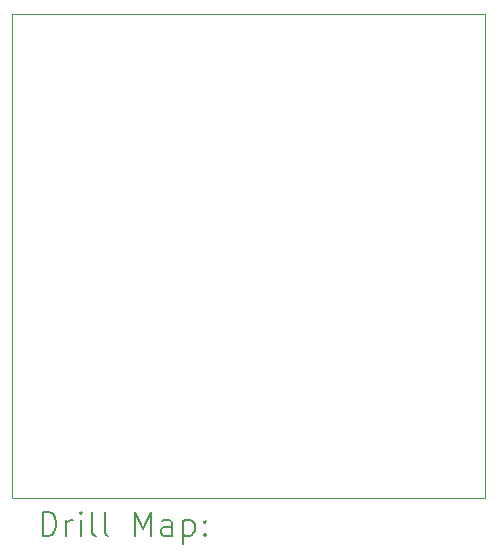
<source format=gbr>
%TF.GenerationSoftware,KiCad,Pcbnew,7.0.8*%
%TF.CreationDate,2023-12-20T18:09:56+01:00*%
%TF.ProjectId,sx1255_eval,73783132-3535-45f6-9576-616c2e6b6963,rev?*%
%TF.SameCoordinates,Original*%
%TF.FileFunction,Drillmap*%
%TF.FilePolarity,Positive*%
%FSLAX45Y45*%
G04 Gerber Fmt 4.5, Leading zero omitted, Abs format (unit mm)*
G04 Created by KiCad (PCBNEW 7.0.8) date 2023-12-20 18:09:56*
%MOMM*%
%LPD*%
G01*
G04 APERTURE LIST*
%ADD10C,0.100000*%
%ADD11C,0.200000*%
G04 APERTURE END LIST*
D10*
X16475200Y-7350000D02*
X12475200Y-7350000D01*
X12475200Y-7350000D02*
X12475200Y-11450000D01*
X12475200Y-11450000D02*
X16475200Y-11450000D01*
X16475200Y-11450000D02*
X16475200Y-7350000D01*
D11*
X12730977Y-11766484D02*
X12730977Y-11566484D01*
X12730977Y-11566484D02*
X12778596Y-11566484D01*
X12778596Y-11566484D02*
X12807167Y-11576008D01*
X12807167Y-11576008D02*
X12826215Y-11595055D01*
X12826215Y-11595055D02*
X12835739Y-11614103D01*
X12835739Y-11614103D02*
X12845262Y-11652198D01*
X12845262Y-11652198D02*
X12845262Y-11680769D01*
X12845262Y-11680769D02*
X12835739Y-11718865D01*
X12835739Y-11718865D02*
X12826215Y-11737912D01*
X12826215Y-11737912D02*
X12807167Y-11756960D01*
X12807167Y-11756960D02*
X12778596Y-11766484D01*
X12778596Y-11766484D02*
X12730977Y-11766484D01*
X12930977Y-11766484D02*
X12930977Y-11633150D01*
X12930977Y-11671246D02*
X12940501Y-11652198D01*
X12940501Y-11652198D02*
X12950024Y-11642674D01*
X12950024Y-11642674D02*
X12969072Y-11633150D01*
X12969072Y-11633150D02*
X12988120Y-11633150D01*
X13054786Y-11766484D02*
X13054786Y-11633150D01*
X13054786Y-11566484D02*
X13045262Y-11576008D01*
X13045262Y-11576008D02*
X13054786Y-11585531D01*
X13054786Y-11585531D02*
X13064310Y-11576008D01*
X13064310Y-11576008D02*
X13054786Y-11566484D01*
X13054786Y-11566484D02*
X13054786Y-11585531D01*
X13178596Y-11766484D02*
X13159548Y-11756960D01*
X13159548Y-11756960D02*
X13150024Y-11737912D01*
X13150024Y-11737912D02*
X13150024Y-11566484D01*
X13283358Y-11766484D02*
X13264310Y-11756960D01*
X13264310Y-11756960D02*
X13254786Y-11737912D01*
X13254786Y-11737912D02*
X13254786Y-11566484D01*
X13511929Y-11766484D02*
X13511929Y-11566484D01*
X13511929Y-11566484D02*
X13578596Y-11709341D01*
X13578596Y-11709341D02*
X13645262Y-11566484D01*
X13645262Y-11566484D02*
X13645262Y-11766484D01*
X13826215Y-11766484D02*
X13826215Y-11661722D01*
X13826215Y-11661722D02*
X13816691Y-11642674D01*
X13816691Y-11642674D02*
X13797643Y-11633150D01*
X13797643Y-11633150D02*
X13759548Y-11633150D01*
X13759548Y-11633150D02*
X13740501Y-11642674D01*
X13826215Y-11756960D02*
X13807167Y-11766484D01*
X13807167Y-11766484D02*
X13759548Y-11766484D01*
X13759548Y-11766484D02*
X13740501Y-11756960D01*
X13740501Y-11756960D02*
X13730977Y-11737912D01*
X13730977Y-11737912D02*
X13730977Y-11718865D01*
X13730977Y-11718865D02*
X13740501Y-11699817D01*
X13740501Y-11699817D02*
X13759548Y-11690293D01*
X13759548Y-11690293D02*
X13807167Y-11690293D01*
X13807167Y-11690293D02*
X13826215Y-11680769D01*
X13921453Y-11633150D02*
X13921453Y-11833150D01*
X13921453Y-11642674D02*
X13940501Y-11633150D01*
X13940501Y-11633150D02*
X13978596Y-11633150D01*
X13978596Y-11633150D02*
X13997643Y-11642674D01*
X13997643Y-11642674D02*
X14007167Y-11652198D01*
X14007167Y-11652198D02*
X14016691Y-11671246D01*
X14016691Y-11671246D02*
X14016691Y-11728388D01*
X14016691Y-11728388D02*
X14007167Y-11747436D01*
X14007167Y-11747436D02*
X13997643Y-11756960D01*
X13997643Y-11756960D02*
X13978596Y-11766484D01*
X13978596Y-11766484D02*
X13940501Y-11766484D01*
X13940501Y-11766484D02*
X13921453Y-11756960D01*
X14102405Y-11747436D02*
X14111929Y-11756960D01*
X14111929Y-11756960D02*
X14102405Y-11766484D01*
X14102405Y-11766484D02*
X14092882Y-11756960D01*
X14092882Y-11756960D02*
X14102405Y-11747436D01*
X14102405Y-11747436D02*
X14102405Y-11766484D01*
X14102405Y-11642674D02*
X14111929Y-11652198D01*
X14111929Y-11652198D02*
X14102405Y-11661722D01*
X14102405Y-11661722D02*
X14092882Y-11652198D01*
X14092882Y-11652198D02*
X14102405Y-11642674D01*
X14102405Y-11642674D02*
X14102405Y-11661722D01*
M02*

</source>
